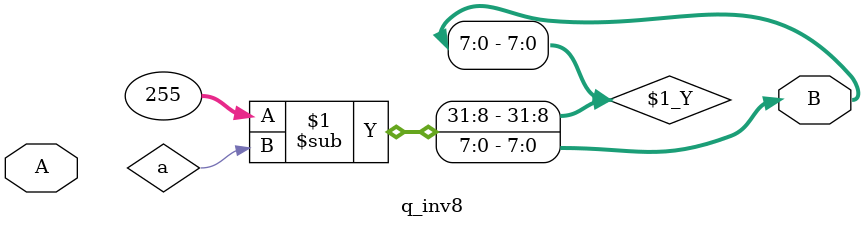
<source format=v>
module q_inv8
  (
   input [7:0] A,
   output [7:0] B
   );

   assign B = 255 - a;
   
endmodule // q_inv8

</source>
